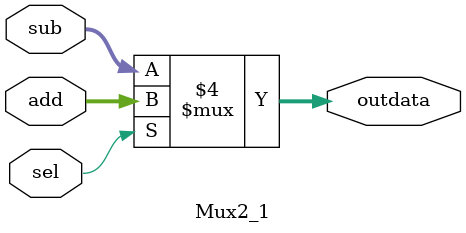
<source format=v>
module Mux2_1(add,sub,sel,outdata);
   
  output [7:0] outdata;
  input [7:0] add,sub;
  input sel;
  reg [7:0] outdata;

 always@(add or sub or sel)
    if(sel == 1'b1)
	outdata  = add;
    else
	outdata = sub;
endmodule

</source>
